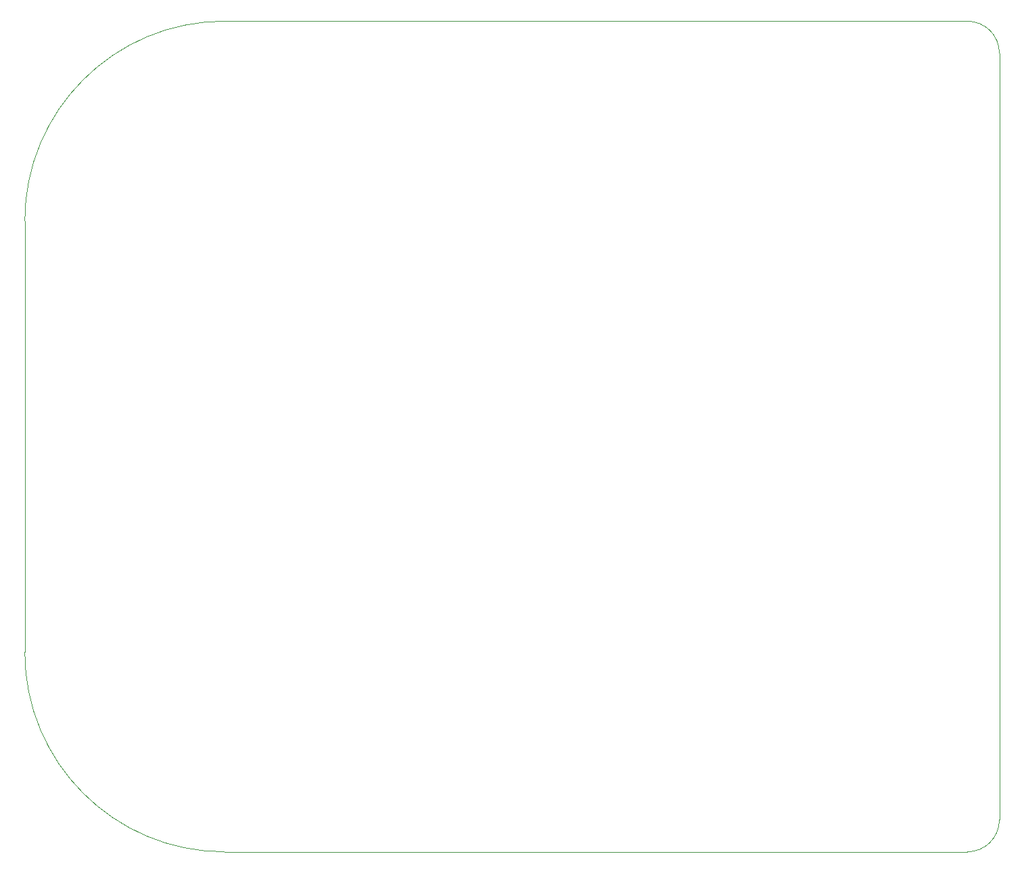
<source format=gbr>
G04 #@! TF.GenerationSoftware,KiCad,Pcbnew,(5.1.5-0-10_14)*
G04 #@! TF.CreationDate,2020-04-29T23:23:07+01:00*
G04 #@! TF.ProjectId,roscram01,726f7363-7261-46d3-9031-2e6b69636164,rev?*
G04 #@! TF.SameCoordinates,Original*
G04 #@! TF.FileFunction,Profile,NP*
%FSLAX46Y46*%
G04 Gerber Fmt 4.6, Leading zero omitted, Abs format (unit mm)*
G04 Created by KiCad (PCBNEW (5.1.5-0-10_14)) date 2020-04-29 23:23:07*
%MOMM*%
%LPD*%
G04 APERTURE LIST*
%ADD10C,0.100000*%
G04 APERTURE END LIST*
D10*
X200000000Y-136000000D02*
X107000000Y-136000000D01*
X200000000Y-32000000D02*
X107000000Y-32000000D01*
X204000000Y-36000000D02*
X204000000Y-132000000D01*
X82000000Y-57000000D02*
X82000000Y-111000000D01*
X82000000Y-57000000D02*
G75*
G02X107000000Y-32000000I25000000J0D01*
G01*
X107000000Y-136000000D02*
G75*
G02X82000000Y-111000000I0J25000000D01*
G01*
X204000000Y-132000000D02*
G75*
G02X200000000Y-136000000I-4000000J0D01*
G01*
X200000000Y-32000000D02*
G75*
G02X204000000Y-36000000I0J-4000000D01*
G01*
M02*

</source>
